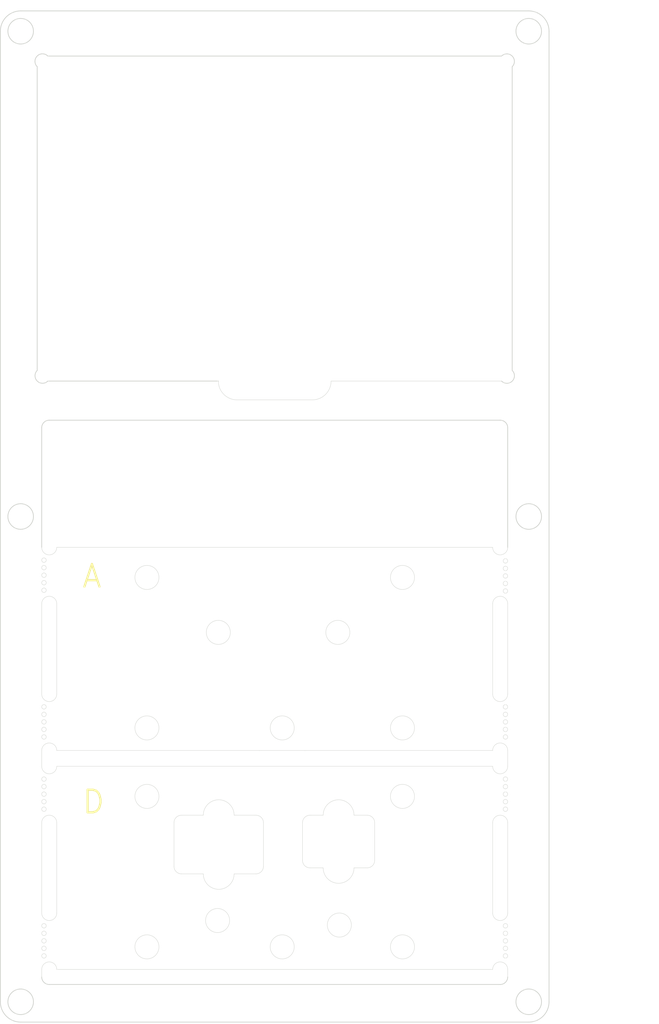
<source format=kicad_pcb>
(kicad_pcb (version 20221018) (generator pcbnew)

  (general
    (thickness 0.8)
  )

  (paper "A4")
  (layers
    (0 "F.Cu" signal)
    (31 "B.Cu" signal)
    (32 "B.Adhes" user "B.Adhesive")
    (33 "F.Adhes" user "F.Adhesive")
    (34 "B.Paste" user)
    (35 "F.Paste" user)
    (36 "B.SilkS" user "B.Silkscreen")
    (37 "F.SilkS" user "F.Silkscreen")
    (38 "B.Mask" user)
    (39 "F.Mask" user)
    (40 "Dwgs.User" user "User.Drawings")
    (41 "Cmts.User" user "User.Comments")
    (42 "Eco1.User" user "User.Eco1")
    (43 "Eco2.User" user "User.Eco2")
    (44 "Edge.Cuts" user)
    (45 "Margin" user)
    (46 "B.CrtYd" user "B.Courtyard")
    (47 "F.CrtYd" user "F.Courtyard")
    (48 "B.Fab" user)
    (49 "F.Fab" user)
    (50 "User.1" user)
    (51 "User.2" user)
    (52 "User.3" user)
    (53 "User.4" user)
    (54 "User.5" user)
    (55 "User.6" user)
    (56 "User.7" user)
    (57 "User.8" user)
    (58 "User.9" user)
  )

  (setup
    (stackup
      (layer "F.SilkS" (type "Top Silk Screen") (color "White"))
      (layer "F.Paste" (type "Top Solder Paste"))
      (layer "F.Mask" (type "Top Solder Mask") (color "Black") (thickness 0.01))
      (layer "F.Cu" (type "copper") (thickness 0.035))
      (layer "dielectric 1" (type "core") (thickness 0.71) (material "FR4") (epsilon_r 4.5) (loss_tangent 0.02))
      (layer "B.Cu" (type "copper") (thickness 0.035))
      (layer "B.Mask" (type "Bottom Solder Mask") (color "Black") (thickness 0.01))
      (layer "B.Paste" (type "Bottom Solder Paste"))
      (layer "B.SilkS" (type "Bottom Silk Screen") (color "White"))
      (copper_finish "None")
      (dielectric_constraints no)
    )
    (pad_to_mask_clearance 0)
    (aux_axis_origin 66.2 32.7)
    (grid_origin 66.2 32.7)
    (pcbplotparams
      (layerselection 0x00010fc_ffffffff)
      (plot_on_all_layers_selection 0x0000000_00000000)
      (disableapertmacros false)
      (usegerberextensions false)
      (usegerberattributes true)
      (usegerberadvancedattributes true)
      (creategerberjobfile true)
      (dashed_line_dash_ratio 12.000000)
      (dashed_line_gap_ratio 3.000000)
      (svgprecision 4)
      (plotframeref false)
      (viasonmask false)
      (mode 1)
      (useauxorigin false)
      (hpglpennumber 1)
      (hpglpenspeed 20)
      (hpglpendiameter 15.000000)
      (dxfpolygonmode true)
      (dxfimperialunits true)
      (dxfusepcbnewfont true)
      (psnegative false)
      (psa4output false)
      (plotreference true)
      (plotvalue true)
      (plotinvisibletext false)
      (sketchpadsonfab false)
      (subtractmaskfromsilk false)
      (outputformat 1)
      (mirror false)
      (drillshape 1)
      (scaleselection 1)
      (outputdirectory "")
    )
  )

  (net 0 "")

  (gr_arc (start 69 137.9) (mid 70 136.9) (end 71 137.9)
    (stroke (width 0.05) (type default)) (layer "Edge.Cuts") (tstamp 00faa536-ae43-413c-854a-bd8b9f844678))
  (gr_arc (start 129 108.8) (mid 130 107.8) (end 131 108.8)
    (stroke (width 0.05) (type default)) (layer "Edge.Cuts") (tstamp 01603505-292b-4bb6-925d-83e7f7c54ae7))
  (gr_arc (start 106.45 136.899999) (mid 108.5 134.85) (end 110.55 136.899999)
    (stroke (width 0.05) (type default)) (layer "Edge.Cuts") (tstamp 0293871b-fb90-4c30-9e67-6417a42799d5))
  (gr_arc (start 69 157.4) (mid 70 156.4) (end 71 157.4)
    (stroke (width 0.05) (type default)) (layer "Edge.Cuts") (tstamp 02e8deb3-70d8-4a29-a4cb-ec0ae7276cda))
  (gr_circle (center 83 105.3) (end 84.6 105.3)
    (stroke (width 0.05) (type default)) (fill none) (layer "Edge.Cuts") (tstamp 064bac25-b1e9-4083-94b1-e50bfd0c5776))
  (gr_line (start 107.5 79.2) (end 130.185788 79.200001)
    (stroke (width 0.05) (type default)) (layer "Edge.Cuts") (tstamp 0a69d6c1-6236-471c-8f86-63f4f885a847))
  (gr_circle (center 130.7 154.6) (end 130.7 154.3)
    (stroke (width 0.05) (type default)) (fill none) (layer "Edge.Cuts") (tstamp 0afb8c29-cb84-4af2-a544-9485e117b0b9))
  (gr_arc (start 129 128.3) (mid 130 127.3) (end 131 128.3)
    (stroke (width 0.05) (type default)) (layer "Edge.Cuts") (tstamp 1163e5df-b096-4197-b84e-281a38aa41be))
  (gr_line (start 136.5 32.7) (end 136.5 161.7)
    (stroke (width 0.1) (type default)) (layer "Edge.Cuts") (tstamp 134291ff-5491-455c-bc4d-56f84eb07fc5))
  (gr_circle (center 83 134.4) (end 84.6 134.4)
    (stroke (width 0.05) (type default)) (fill none) (layer "Edge.Cuts") (tstamp 16773331-a797-49f2-a91a-4808e327e761))
  (gr_arc (start 131 101.3) (mid 130 102.3) (end 129 101.3)
    (stroke (width 0.05) (type default)) (layer "Edge.Cuts") (tstamp 19aa4e0e-ec6f-45b4-b933-4e32032af041))
  (gr_line (start 69 108.8) (end 69 120.8)
    (stroke (width 0.05) (type default)) (layer "Edge.Cuts") (tstamp 1c52134f-b17e-4723-b5bf-285cf0457bac))
  (gr_circle (center 133.8 161.7) (end 133.8 163.4)
    (stroke (width 0.1) (type default)) (fill none) (layer "Edge.Cuts") (tstamp 20ef69a2-e610-4588-943c-a94b460919e5))
  (gr_arc (start 131 120.8) (mid 130 121.8) (end 129 120.8)
    (stroke (width 0.05) (type default)) (layer "Edge.Cuts") (tstamp 22b311e2-4d57-4263-a573-8e4648f0e4be))
  (gr_line (start 98.499999 143.699999) (end 98.499999 137.900001)
    (stroke (width 0.05) (type default)) (layer "Edge.Cuts") (tstamp 24f4600a-4f49-4a74-895b-b54a6b86f82d))
  (gr_line (start 63.5 161.7) (end 63.5 32.7)
    (stroke (width 0.1) (type default)) (layer "Edge.Cuts") (tstamp 294c1cda-57b2-456e-a568-1a1f3756eb2f))
  (gr_circle (center 130.7 104.1) (end 130.7 103.8)
    (stroke (width 0.05) (type default)) (fill none) (layer "Edge.Cuts") (tstamp 294ebb69-1ed9-431b-a2ab-1573980c4d7c))
  (gr_line (start 131.6 37.414212) (end 131.6 77.785787)
    (stroke (width 0.1) (type default)) (layer "Edge.Cuts") (tstamp 29a487b1-1752-4e41-ac5d-262d81204498))
  (gr_line (start 69 101.3) (end 69 85.4)
    (stroke (width 0.1) (type default)) (layer "Edge.Cuts") (tstamp 2c811279-5e7f-40e8-a27f-517c332501fa))
  (gr_arc (start 69 108.8) (mid 70 107.8) (end 71 108.8)
    (stroke (width 0.05) (type default)) (layer "Edge.Cuts") (tstamp 2d31af56-7967-4c03-a5dc-d0d3fb878cc7))
  (gr_arc (start 71 101.3) (mid 70 102.3) (end 69 101.3)
    (stroke (width 0.05) (type default)) (layer "Edge.Cuts") (tstamp 2d72a712-632e-46d3-b193-56c9b91ea6f7))
  (gr_arc (start 95 81.7) (mid 93.232233 80.967767) (end 92.5 79.2)
    (stroke (width 0.05) (type default)) (layer "Edge.Cuts") (tstamp 30870354-3275-42e7-b090-cc6dcaabe38f))
  (gr_circle (center 69.3 105) (end 69.3 104.7)
    (stroke (width 0.05) (type default)) (fill none) (layer "Edge.Cuts") (tstamp 308b5ce0-1075-41c2-b7d1-89b3c031bfce))
  (gr_circle (center 117 105.3) (end 118.6 105.3)
    (stroke (width 0.05) (type default)) (fill none) (layer "Edge.Cuts") (tstamp 31f8919b-002d-4dae-99ff-f78a2e7f7c80))
  (gr_circle (center 83 125.3) (end 84.6 125.3)
    (stroke (width 0.05) (type default)) (fill none) (layer "Edge.Cuts") (tstamp 32e2885e-5142-40d8-825b-a6abd699e690))
  (gr_line (start 71 157.4) (end 98 157.4)
    (stroke (width 0.05) (type default)) (layer "Edge.Cuts") (tstamp 3316360b-5f5a-43c4-aafc-d13d50fbe0cb))
  (gr_circle (center 117 154.4) (end 118.6 154.4)
    (stroke (width 0.05) (type default)) (fill none) (layer "Edge.Cuts") (tstamp 34db293b-da4f-40cd-9fe2-041e3aaa85dc))
  (gr_arc (start 131 158.4) (mid 130.707107 159.107107) (end 130 159.4)
    (stroke (width 0.1) (type default)) (layer "Edge.Cuts") (tstamp 36c2d110-f389-439e-a34f-542e5994b221))
  (gr_circle (center 69.3 104) (end 69.3 103.7)
    (stroke (width 0.05) (type default)) (fill none) (layer "Edge.Cuts") (tstamp 37adaad2-47e9-4ce0-a3cd-2b380d90b977))
  (gr_circle (center 69.3 125.5) (end 69.3 125.2)
    (stroke (width 0.05) (type default)) (fill none) (layer "Edge.Cuts") (tstamp 3acb8ff8-c710-4e44-b018-1379815892f9))
  (gr_circle (center 130.7 123.5) (end 130.7 123.2)
    (stroke (width 0.05) (type default)) (fill none) (layer "Edge.Cuts") (tstamp 3ad1ae2d-2949-4a07-bfc7-60e9882db02f))
  (gr_circle (center 69.3 136.1) (end 69.3 135.8)
    (stroke (width 0.05) (type default)) (fill none) (layer "Edge.Cuts") (tstamp 3b41ccdb-e9b4-4bfa-b493-972b14fdd0e4))
  (gr_circle (center 101 125.3) (end 102.6 125.3)
    (stroke (width 0.05) (type default)) (fill none) (layer "Edge.Cuts") (tstamp 3ba90a42-7740-4db9-9fd9-89ce0beeba64))
  (gr_circle (center 69.3 153.6) (end 69.3 153.3)
    (stroke (width 0.05) (type default)) (fill none) (layer "Edge.Cuts") (tstamp 3c46837d-51c9-45ea-b865-cbfa78b84c9e))
  (gr_circle (center 130.7 122.5) (end 130.7 122.2)
    (stroke (width 0.05) (type default)) (fill none) (layer "Edge.Cuts") (tstamp 3ca53a6a-8ca0-4413-a727-3542b6a9ff9b))
  (gr_circle (center 117 134.4) (end 118.6 134.4)
    (stroke (width 0.05) (type default)) (fill none) (layer "Edge.Cuts") (tstamp 3f31b6cb-09bd-4a4e-8c4c-01ce1c2ed732))
  (gr_circle (center 69.3 154.6) (end 69.3 154.3)
    (stroke (width 0.05) (type default)) (fill none) (layer "Edge.Cuts") (tstamp 426cccb6-a309-47c9-acfe-363c0d6e9c4b))
  (gr_arc (start 112.3 136.9) (mid 113.007107 137.192893) (end 113.3 137.9)
    (stroke (width 0.05) (type default)) (layer "Edge.Cuts") (tstamp 47b488ac-ab3c-4659-a42d-26f06d462b48))
  (gr_arc (start 90.5 136.9) (mid 92.55 134.850001) (end 94.6 136.9)
    (stroke (width 0.05) (type default)) (layer "Edge.Cuts") (tstamp 47fd5529-57c2-48cd-a44a-a625826e27b5))
  (gr_circle (center 69.3 126.5) (end 69.3 126.2)
    (stroke (width 0.05) (type default)) (fill none) (layer "Edge.Cuts") (tstamp 4ede4854-e94b-4380-9a5d-ba2644dfcced))
  (gr_line (start 104.7 136.9) (end 106.45 136.899999)
    (stroke (width 0.05) (type default)) (layer "Edge.Cuts") (tstamp 4edf45c5-491d-4b7a-90ed-651ee25f82b2))
  (gr_line (start 87.6 136.9) (end 90.5 136.9)
    (stroke (width 0.05) (type default)) (layer "Edge.Cuts") (tstamp 50ae7d2e-a52b-4745-8ee7-5ac6582aace9))
  (gr_circle (center 130.7 132.1) (end 130.7 131.8)
    (stroke (width 0.05) (type default)) (fill none) (layer "Edge.Cuts") (tstamp 52644477-0e27-48db-9b65-2574b559db61))
  (gr_circle (center 69.3 152.6) (end 69.3 152.3)
    (stroke (width 0.05) (type default)) (fill none) (layer "Edge.Cuts") (tstamp 52d207b8-49de-4fb7-919b-8afea5da298f))
  (gr_arc (start 86.6 137.9) (mid 86.892893 137.192893) (end 87.6 136.9)
    (stroke (width 0.05) (type default)) (layer "Edge.Cuts") (tstamp 53b3908d-fbb2-4797-8bce-794649614227))
  (gr_line (start 129 130.4) (end 71 130.4)
    (stroke (width 0.05) (type default)) (layer "Edge.Cuts") (tstamp 53c6f7d7-1cca-435a-bee0-90857471a982))
  (gr_line (start 69 128.3) (end 69 130.4)
    (stroke (width 0.05) (type default)) (layer "Edge.Cuts") (tstamp 54f43190-8d48-419d-88dc-228a535139b4))
  (gr_line (start 98 128.3) (end 104 128.3)
    (stroke (width 0.05) (type default)) (layer "Edge.Cuts") (tstamp 5598895d-3376-4c05-af30-b2b29621b369))
  (gr_line (start 66.2 30) (end 133.8 30)
    (stroke (width 0.1) (type default)) (layer "Edge.Cuts") (tstamp 58195dcb-3104-4911-b019-33e1a3117c4f))
  (gr_circle (center 69.3 132.1) (end 69.3 131.8)
    (stroke (width 0.05) (type default)) (fill none) (layer "Edge.Cuts") (tstamp 58b34edb-90a1-480d-b1c4-4f8d4cf6044a))
  (gr_circle (center 108.6 151.5) (end 110.2 151.5)
    (stroke (width 0.05) (type default)) (fill none) (layer "Edge.Cuts") (tstamp 59d53af7-04bd-4b9f-b58a-cc532d82fd57))
  (gr_circle (center 130.7 152.6) (end 130.7 152.3)
    (stroke (width 0.05) (type default)) (fill none) (layer "Edge.Cuts") (tstamp 5b35402d-e40e-4bb0-8a63-ec3af0e8de77))
  (gr_circle (center 130.7 153.6) (end 130.7 153.3)
    (stroke (width 0.05) (type default)) (fill none) (layer "Edge.Cuts") (tstamp 5bf838b7-9e85-436e-a804-3a240a01437d))
  (gr_arc (start 98.499999 143.699999) (mid 98.207106 144.407106) (end 97.499999 144.699999)
    (stroke (width 0.05) (type default)) (layer "Edge.Cuts") (tstamp 5dcb5901-c2bf-46e9-8647-808e8df7596e))
  (gr_circle (center 69.3 107) (end 69.3 106.7)
    (stroke (width 0.05) (type default)) (fill none) (layer "Edge.Cuts") (tstamp 61ee1a55-6c2e-41a6-898e-80c9c8306096))
  (gr_circle (center 130.7 135.1) (end 130.7 134.8)
    (stroke (width 0.05) (type default)) (fill none) (layer "Edge.Cuts") (tstamp 6287bee8-eb6b-402e-80b0-4ad2cd3964ad))
  (gr_circle (center 69.3 134.1) (end 69.3 133.8)
    (stroke (width 0.05) (type default)) (fill none) (layer "Edge.Cuts") (tstamp 628a5ddb-14c0-4d9b-8e85-cf958229dd98))
  (gr_line (start 113.3 137.9) (end 113.3 142.9)
    (stroke (width 0.05) (type default)) (layer "Edge.Cuts") (tstamp 6568f2e5-17e1-4707-b3d8-b393f07e7533))
  (gr_circle (center 130.7 124.5) (end 130.7 124.2)
    (stroke (width 0.05) (type default)) (fill none) (layer "Edge.Cuts") (tstamp 66ce666e-0839-47aa-bfe8-c665a67343c9))
  (gr_line (start 94.6 144.7) (end 97.499999 144.699999)
    (stroke (width 0.05) (type default)) (layer "Edge.Cuts") (tstamp 69dcaaac-dc51-4186-bb08-a65d726f8c72))
  (gr_line (start 103.7 137.9) (end 103.7 142.9)
    (stroke (width 0.05) (type default)) (layer "Edge.Cuts") (tstamp 6af5062b-5754-4dfd-9d7d-faafbad47cfb))
  (gr_circle (center 130.7 107.1) (end 130.7 106.8)
    (stroke (width 0.05) (type default)) (fill none) (layer "Edge.Cuts") (tstamp 6c2fe7d9-dbfe-49e1-803b-5ff015c4bac8))
  (gr_arc (start 63.5 32.7) (mid 64.290812 30.790812) (end 66.2 30)
    (stroke (width 0.1) (type default)) (layer "Edge.Cuts") (tstamp 6d4457eb-4a4d-42cc-b81d-ced49c86393b))
  (gr_arc (start 69 128.3) (mid 70 127.3) (end 71 128.3)
    (stroke (width 0.05) (type default)) (layer "Edge.Cuts") (tstamp 6db020c7-75ee-4849-8750-85f99b792b7c))
  (gr_circle (center 130.7 126.5) (end 130.7 126.2)
    (stroke (width 0.05) (type default)) (fill none) (layer "Edge.Cuts") (tstamp 6f49f5ed-f7c5-453c-bdf9-4d1ab841891b))
  (gr_circle (center 92.4 150.9) (end 94 150.9)
    (stroke (width 0.05) (type default)) (fill none) (layer "Edge.Cuts") (tstamp 6fcb228c-ee46-4d61-ac64-18e5628b83eb))
  (gr_arc (start 68.399999 37.414212) (mid 68.4 35.999999) (end 69.814213 36)
    (stroke (width 0.1) (type default)) (layer "Edge.Cuts") (tstamp 71d9ec47-32c1-4e19-9c9c-676b95e6d407))
  (gr_line (start 69 157.4) (end 69 158.4)
    (stroke (width 0.05) (type default)) (layer "Edge.Cuts") (tstamp 727c11bd-1c14-418d-ac82-5d9ba3cb8b29))
  (gr_circle (center 101 154.4) (end 102.6 154.4)
    (stroke (width 0.05) (type default)) (fill none) (layer "Edge.Cuts") (tstamp 734fbe5b-43e1-458b-81ea-902e4ef12e80))
  (gr_line (start 129 120.8) (end 129 108.8)
    (stroke (width 0.05) (type default)) (layer "Edge.Cuts") (tstamp 73ac6b12-2b4c-45ec-b70d-7f1ef3975e07))
  (gr_circle (center 69.3 133.1) (end 69.3 132.8)
    (stroke (width 0.05) (type default)) (fill none) (layer "Edge.Cuts") (tstamp 743dd6df-ac9a-438c-93bd-31bfef29283b))
  (gr_arc (start 104.7 143.9) (mid 103.992893 143.607107) (end 103.7 142.9)
    (stroke (width 0.05) (type default)) (layer "Edge.Cuts") (tstamp 743f0ceb-1542-424a-9ea4-e74f95ee4f80))
  (gr_arc (start 131 149.9) (mid 130 150.9) (end 129 149.9)
    (stroke (width 0.05) (type default)) (layer "Edge.Cuts") (tstamp 746236b3-6d13-47a2-8b8e-a03ce01af01f))
  (gr_circle (center 130.7 155.6) (end 130.7 155.3)
    (stroke (width 0.05) (type default)) (fill none) (layer "Edge.Cuts") (tstamp 7467d490-974a-46c2-b707-eaa6d1b8432e))
  (gr_circle (center 69.3 155.6) (end 69.3 155.3)
    (stroke (width 0.05) (type default)) (fill none) (layer "Edge.Cuts") (tstamp 74a25a31-7b50-4dab-8008-3221563ae3d8))
  (gr_circle (center 69.3 135.1) (end 69.3 134.8)
    (stroke (width 0.05) (type default)) (fill none) (layer "Edge.Cuts") (tstamp 75358131-dddf-4880-bf48-788f25a3115a))
  (gr_circle (center 69.3 123.5) (end 69.3 123.2)
    (stroke (width 0.05) (type default)) (fill none) (layer "Edge.Cuts") (tstamp 78631039-40b1-459a-8a6e-43bf5b923cd5))
  (gr_line (start 87.600001 144.699999) (end 90.5 144.7)
    (stroke (width 0.05) (type default)) (layer "Edge.Cuts") (tstamp 7863201d-a092-4c95-abb2-068c7eb36720))
  (gr_circle (center 130.7 134.1) (end 130.7 133.8)
    (stroke (width 0.05) (type default)) (fill none) (layer "Edge.Cuts") (tstamp 79068da0-37dc-4ab5-8398-77d9b64f7abc))
  (gr_line (start 131 157.4) (end 131 158.4)
    (stroke (width 0.05) (type default)) (layer "Edge.Cuts") (tstamp 7b2dca1d-26d0-43dd-9e49-657faf066438))
  (gr_line (start 131 137.9) (end 131 149.9)
    (stroke (width 0.05) (type default)) (layer "Edge.Cuts") (tstamp 7bd1e65f-fb63-48e5-8668-6270ac3f6917))
  (gr_arc (start 133.8 30) (mid 135.709188 30.790812) (end 136.5 32.7)
    (stroke (width 0.1) (type default)) (layer "Edge.Cuts") (tstamp 7d79fd47-ccac-4032-9960-f44c7e8e37ff))
  (gr_circle (center 69.3 151.6) (end 69.3 151.3)
    (stroke (width 0.05) (type default)) (fill none) (layer "Edge.Cuts") (tstamp 7eb1d68f-4d81-4af2-881e-b9c53149cd14))
  (gr_arc (start 113.3 142.9) (mid 113.007107 143.607107) (end 112.3 143.9)
    (stroke (width 0.05) (type default)) (layer "Edge.Cuts") (tstamp 7eb746c5-604b-4018-8786-a957e0de5ae2))
  (gr_circle (center 130.7 106.1) (end 130.7 105.8)
    (stroke (width 0.05) (type default)) (fill none) (layer "Edge.Cuts") (tstamp 834bbd81-4c1e-45ad-a9fd-3a59a4014c49))
  (gr_circle (center 69.3 103) (end 69.3 102.7)
    (stroke (width 0.05) (type default)) (fill none) (layer "Edge.Cuts") (tstamp 84c436a1-d95c-406a-b6b8-d0ad3adc54c1))
  (gr_line (start 69.814213 36) (end 130.185788 36)
    (stroke (width 0.1) (type default)) (layer "Edge.Cuts") (tstamp 84c92009-6593-4e14-a989-8bf08630c545))
  (gr_line (start 133.8 164.4) (end 66.2 164.4)
    (stroke (width 0.1) (type default)) (layer "Edge.Cuts") (tstamp 864dbd93-2c63-4ae9-9dd8-0244df4c52c5))
  (gr_line (start 71 128.3) (end 98 128.3)
    (stroke (width 0.05) (type default)) (layer "Edge.Cuts") (tstamp 868f9593-7eea-49b6-8088-3d4a60c8e784))
  (gr_line (start 86.6 137.9) (end 86.600001 143.699999)
    (stroke (width 0.05) (type default)) (layer "Edge.Cuts") (tstamp 8b3be5e1-b7e5-4a6a-8427-c1ab61654519))
  (gr_line (start 131 128.3) (end 131 130.4)
    (stroke (width 0.05) (type default)) (layer "Edge.Cuts") (tstamp 8f5739a6-16da-4a91-88ea-61c42ad1f9ee))
  (gr_arc (start 103.7 137.9) (mid 103.992893 137.192893) (end 104.7 136.9)
    (stroke (width 0.05) (type default)) (layer "Edge.Cuts") (tstamp 9615d802-3a5f-41a0-9456-f34602bd8511))
  (gr_line (start 92.5 79.2) (end 69.814212 79.2)
    (stroke (width 0.1) (type default)) (layer "Edge.Cuts") (tstamp 96c43e9d-fe44-4c56-9e8c-7d3aa7b7505b))
  (gr_line (start 68.4 77.785788) (end 68.4 37.414212)
    (stroke (width 0.1) (type default)) (layer "Edge.Cuts") (tstamp 9760e4bf-8cc0-4db8-b1fc-c2aba51f37ba))
  (gr_arc (start 71 120.8) (mid 70 121.8) (end 69 120.8)
    (stroke (width 0.05) (type default)) (layer "Edge.Cuts") (tstamp 98363da0-19e5-4b3a-8968-2d354db1faed))
  (gr_arc (start 97.499999 136.900001) (mid 98.207106 137.192894) (end 98.499999 137.900001)
    (stroke (width 0.05) (type default)) (layer "Edge.Cuts") (tstamp 99fa157c-2b42-4bae-87ef-1c5621408fee))
  (gr_line (start 112.3 143.9) (end 110.55 143.900001)
    (stroke (width 0.05) (type default)) (layer "Edge.Cuts") (tstamp 9ade3fd9-f166-4610-bf17-7ad8423e3891))
  (gr_line (start 94.6 136.9) (end 97.499999 136.900001)
    (stroke (width 0.05) (type default)) (layer "Edge.Cuts") (tstamp 9b74fc45-ccbd-4ce5-b79c-a6db9ad605e5))
  (gr_line (start 130 159.4) (end 70 159.4)
    (stroke (width 0.1) (type default)) (layer "Edge.Cuts") (tstamp 9bbd0596-04a7-4bca-8432-ce6903f50ad8))
  (gr_circle (center 130.7 136.1) (end 130.7 135.8)
    (stroke (width 0.05) (type default)) (fill none) (layer "Edge.Cuts") (tstamp 9f1d816c-79de-4958-b704-40b4b37684fc))
  (gr_arc (start 66.2 164.4) (mid 64.290812 163.609188) (end 63.5 161.7)
    (stroke (width 0.1) (type default)) (layer "Edge.Cuts") (tstamp 9fc204f4-4b85-45fc-b408-e2f40fc82e28))
  (gr_line (start 70 84.4) (end 130 84.4)
    (stroke (width 0.1) (type default)) (layer "Edge.Cuts") (tstamp a087b805-9e75-4eeb-ba63-adfa3333173a))
  (gr_arc (start 129 137.9) (mid 130 136.9) (end 131 137.9)
    (stroke (width 0.05) (type default)) (layer "Edge.Cuts") (tstamp a76ac8cf-bef8-4143-8eeb-37bedcc9f6fb))
  (gr_arc (start 110.55 143.900001) (mid 108.5 145.95) (end 106.45 143.900001)
    (stroke (width 0.05) (type default)) (layer "Edge.Cuts") (tstamp a8ffdf86-1243-496f-8871-84c0d9e2bcb4))
  (gr_arc (start 131.6 77.785787) (mid 131.600001 79.2) (end 130.185788 79.200001)
    (stroke (width 0.1) (type default)) (layer "Edge.Cuts") (tstamp afc1aaa1-1875-4333-b80c-dcfebc1f4acd))
  (gr_arc (start 136.5 161.7) (mid 135.709188 163.609188) (end 133.8 164.4)
    (stroke (width 0.1) (type default)) (layer "Edge.Cuts") (tstamp b1067837-711f-46fd-9649-948c128d8267))
  (gr_line (start 104 157.4) (end 129 157.4)
    (stroke (width 0.05) (type default)) (layer "Edge.Cuts") (tstamp b3ad6798-2afa-4343-aff4-8cb54691aba9))
  (gr_arc (start 131 130.4) (mid 130 131.4) (end 129 130.4)
    (stroke (width 0.05) (type default)) (layer "Edge.Cuts") (tstamp b4b6652e-c08d-4046-8bba-ea0260fe7627))
  (gr_line (start 71 108.8) (end 71 120.8)
    (stroke (width 0.05) (type default)) (layer "Edge.Cuts") (tstamp b6669e64-3965-4902-ad2e-1a52a4f610fc))
  (gr_arc (start 130.185787 35.999999) (mid 131.600001 35.999999) (end 131.600001 37.414213)
    (stroke (width 0.1) (type default)) (layer "Edge.Cuts") (tstamp b6e5027b-0232-4ec6-84b0-d5309f1373c5))
  (gr_circle (center 69.3 122.5) (end 69.3 122.2)
    (stroke (width 0.05) (type default)) (fill none) (layer "Edge.Cuts") (tstamp bd499f77-960f-40c6-ba24-9450af65276f))
  (gr_arc (start 107.5 79.2) (mid 106.767767 80.967767) (end 105 81.7)
    (stroke (width 0.05) (type default)) (layer "Edge.Cuts") (tstamp be1feb69-d44c-4c27-91a7-95aafd3fb8a2))
  (gr_arc (start 69 85.4) (mid 69.292893 84.692893) (end 70 84.4)
    (stroke (width 0.1) (type default)) (layer "Edge.Cuts") (tstamp c367d904-a54d-40ca-9f3c-fed4e08f7968))
  (gr_line (start 110.55 136.899999) (end 112.3 136.9)
    (stroke (width 0.05) (type default)) (layer "Edge.Cuts") (tstamp c867a71e-0b67-4473-afa1-8c1275b10a24))
  (gr_circle (center 66.2 97.2) (end 66.2 98.9)
    (stroke (width 0.1) (type default)) (fill none) (layer "Edge.Cuts") (tstamp ccdd8ecd-4d0d-4cfe-9edc-07ee0703446b))
  (gr_line (start 105 81.7) (end 95 81.7)
    (stroke (width 0.05) (type default)) (layer "Edge.Cuts") (tstamp cf564976-7136-4c6b-964e-09ddb42db5e1))
  (gr_line (start 129 101.3) (end 71 101.3)
    (stroke (width 0.05) (type default)) (layer "Edge.Cuts") (tstamp cfe511ee-7dd2-432b-9eeb-01660198f39f))
  (gr_arc (start 87.600001 144.699999) (mid 86.892894 144.407106) (end 86.600001 143.699999)
    (stroke (width 0.05) (type default)) (layer "Edge.Cuts") (tstamp d15d70cf-9776-425b-9134-d17fda622be8))
  (gr_circle (center 133.8 32.7) (end 133.8 34.4)
    (stroke (width 0.1) (type default)) (fill none) (layer "Edge.Cuts") (tstamp d2171e32-4118-4a9e-ae51-461aa1189e2a))
  (gr_line (start 131 108.8) (end 131 120.8)
    (stroke (width 0.05) (type default)) (layer "Edge.Cuts") (tstamp d36eb0d0-c8e0-4ebb-a06b-cb57e8a2eb88))
  (gr_circle (center 69.3 106) (end 69.3 105.7)
    (stroke (width 0.05) (type default)) (fill none) (layer "Edge.Cuts") (tstamp d4fdf321-f670-4506-92e7-bd1828c27843))
  (gr_arc (start 71 130.4) (mid 70 131.4) (end 69 130.4)
    (stroke (width 0.05) (type default)) (layer "Edge.Cuts") (tstamp d7fc2235-df58-4786-a913-5d273ba19d1c))
  (gr_line (start 104 128.3) (end 129 128.3)
    (stroke (width 0.05) (type default)) (layer "Edge.Cuts") (tstamp dbbdc7c6-c721-41b2-b6a4-99f4a0d52228))
  (gr_arc (start 129 157.4) (mid 130 156.4) (end 131 157.4)
    (stroke (width 0.05) (type default)) (layer "Edge.Cuts") (tstamp dcb9bb2c-23ec-4831-a138-095545a671b8))
  (gr_line (start 131 85.4) (end 131 101.3)
    (stroke (width 0.1) (type default)) (layer "Edge.Cuts") (tstamp e0648046-fb8a-4037-a7e8-987897c01702))
  (gr_circle (center 130.7 133.1) (end 130.7 132.8)
    (stroke (width 0.05) (type default)) (fill none) (layer "Edge.Cuts") (tstamp e2a9c94b-26d3-4e71-b7fa-7e3ca42e9301))
  (gr_circle (center 117 125.3) (end 118.6 125.3)
    (stroke (width 0.05) (type default)) (fill none) (layer "Edge.Cuts") (tstamp e3533658-f381-4bde-b915-f6f36c4a339c))
  (gr_circle (center 108.4 112.6) (end 110 112.6)
    (stroke (width 0.05) (type default)) (fill none) (layer "Edge.Cuts") (tstamp e42ae881-a46e-4216-aa88-6ea115c07089))
  (gr_arc (start 130 84.4) (mid 130.707107 84.692893) (end 131 85.4)
    (stroke (width 0.1) (type default)) (layer "Edge.Cuts") (tstamp e754570f-60f2-4ff6-b29c-3b325e194ecc))
  (gr_line (start 71 137.9) (end 71 149.9)
    (stroke (width 0.05) (type default)) (layer "Edge.Cuts") (tstamp e78e4cf9-ec3c-4d3b-8694-eeae18edc116))
  (gr_circle (center 66.2 32.7) (end 66.2 34.4)
    (stroke (width 0.1) (type default)) (fill none) (layer "Edge.Cuts") (tstamp e7b21aec-602f-4463-9be9-a6d73b77cbba))
  (gr_circle (center 66.2 161.7) (end 66.2 163.4)
    (stroke (width 0.1) (type default)) (fill none) (layer "Edge.Cuts") (tstamp e7e737ef-70e0-484c-9d22-4080ab1a7e67))
  (gr_circle (center 130.7 125.5) (end 130.7 125.2)
    (stroke (width 0.05) (type default)) (fill none) (layer "Edge.Cuts") (tstamp ec711a69-9fa1-48c5-b149-aa9aa26b8e28))
  (gr_line (start 104.7 143.9) (end 106.45 143.900001)
    (stroke (width 0.05) (type default)) (layer "Edge.Cuts") (tstamp ed4f5152-f1a7-4747-bee8-ae89e0ea5ebd))
  (gr_circle (center 130.7 151.6) (end 130.7 151.3)
    (stroke (width 0.05) (type default)) (fill none) (layer "Edge.Cuts") (tstamp eee33e7a-915d-4454-96d2-70c0861e7981))
  (gr_circle (center 130.7 103.1) (end 130.7 102.8)
    (stroke (width 0.05) (type default)) (fill none) (layer "Edge.Cuts") (tstamp eee3d7b9-c28c-4a06-b43b-2e8f0282b34d))
  (gr_circle (center 69.3 124.5) (end 69.3 124.2)
    (stroke (width 0.05) (type default)) (fill none) (layer "Edge.Cuts") (tstamp efa84569-a1f0-4c2f-ba59-5e18ac8c70e6))
  (gr_line (start 69 137.9) (end 69 149.9)
    (stroke (width 0.05) (type default)) (layer "Edge.Cuts") (tstamp f591bf41-ad62-42b9-a106-8b72bb7ff2fe))
  (gr_line (start 129 149.9) (end 129 137.9)
    (stroke (width 0.05) (type default)) (layer "Edge.Cuts") (tstamp f6685eea-e88f-4bab-8ae0-ca8906df2fa1))
  (gr_circle (center 133.8 97.2) (end 133.8 98.9)
    (stroke (width 0.1) (type default)) (fill none) (layer "Edge.Cuts") (tstamp f7a35d70-68e4-4c21-901b-22ea4b673206))
  (gr_arc (start 70 159.4) (mid 69.292893 159.107107) (end 69 158.4)
    (stroke (width 0.1) (type default)) (layer "Edge.Cuts") (tstamp f93d3025-b4d5-4a7b-b7b9-ea5793216f91))
  (gr_arc (start 71 149.9) (mid 70 150.9) (end 69 149.9)
    (stroke (width 0.05) (type default)) (layer "Edge.Cuts") (tstamp fac754fa-8e6b-46c8-88d2-b76de8cb28bc))
  (gr_arc (start 69.814212 79.2) (mid 68.4 79.2) (end 68.4 77.785788)
    (stroke (width 0.1) (type default)) (layer "Edge.Cuts") (tstamp fbb8a932-322f-400c-be99-aa30dd44359b))
  (gr_circle (center 130.7 105.1) (end 130.7 104.8)
    (stroke (width 0.05) (type default)) (fill none) (layer "Edge.Cuts") (tstamp fbfe0f13-ff08-4867-a4f1-e6b476bc1d0b))
  (gr_circle (center 83 154.4) (end 84.6 154.4)
    (stroke (width 0.05) (type default)) (fill none) (layer "Edge.Cuts") (tstamp fcf832ef-ed28-4507-98e2-c53156cb0d31))
  (gr_arc (start 94.6 144.7) (mid 92.55 146.749999) (end 90.5 144.7)
    (stroke (width 0.05) (type default)) (layer "Edge.Cuts") (tstamp fdb5c26f-2eed-465f-a7f4-c65b027ef830))
  (gr_line (start 98 157.4) (end 104 157.4)
    (stroke (width 0.05) (type default)) (layer "Edge.Cuts") (tstamp fdc61ca4-5889-42b3-819b-3993360841bc))
  (gr_circle (center 92.5 112.6) (end 94.1 112.6)
    (stroke (width 0.05) (type default)) (fill none) (layer "Edge.Cuts") (tstamp fe55b976-8c9b-41a5-bc52-e328603de433))
  (gr_text "D" (at 74.2 136.9) (layer "F.SilkS") (tstamp 72e91c0b-12c7-4168-a468-83e931bb72ca)
    (effects (font (size 3 3) (thickness 0.3)) (justify left bottom))
  )
  (gr_text "A" (at 74.2 106.9) (layer "F.SilkS") (tstamp c95fafcd-4987-4801-9731-9899053bdff6)
    (effects (font (size 3 3) (thickness 0.3)) (justify left bottom))
  )
  (gr_text "PCB3D_TL_spacer3" (at 63.5 30) (layer "Cmts.User") (tstamp 00a6dacf-b0b4-4980-92f3-d9980f425b15)
    (effects (font (size 1 1) (thickness 0.15)) (justify left bottom))
  )
  (gr_text "PCB3D_BR_spacer3" (at 136.5 164.4) (layer "Cmts.User") (tstamp b54ace3a-2017-4ff9-9eb9-bf73e30dfd6a)
    (effects (font (size 1 1) (thickness 0.15)) (justify left bottom))
  )

)

</source>
